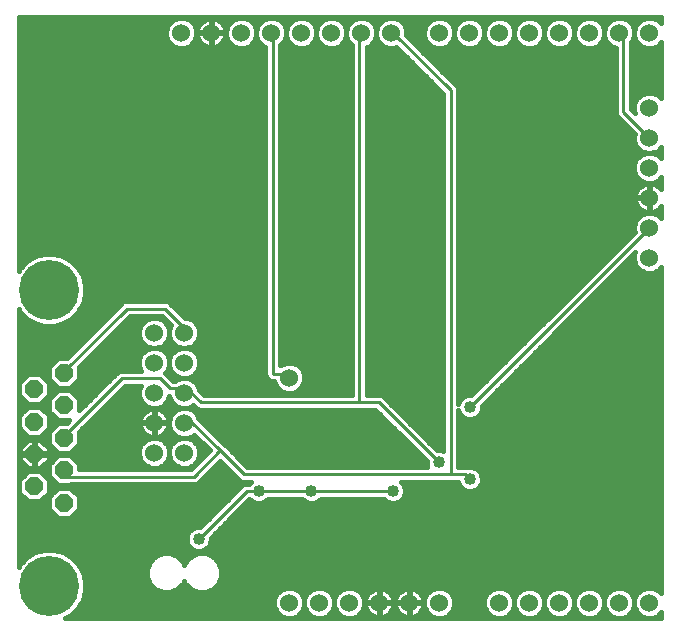
<source format=gbl>
G75*
G70*
%OFA0B0*%
%FSLAX24Y24*%
%IPPOS*%
%LPD*%
%AMOC8*
5,1,8,0,0,1.08239X$1,22.5*
%
%ADD10OC8,0.0600*%
%ADD11C,0.2000*%
%ADD12C,0.0600*%
%ADD13C,0.0100*%
%ADD14C,0.0400*%
%ADD15C,0.0160*%
D10*
X006705Y005434D03*
X007705Y004894D03*
X007705Y005974D03*
X006705Y006514D03*
X007705Y007054D03*
X006705Y007594D03*
X007705Y008134D03*
X006705Y008674D03*
X007705Y009214D03*
D11*
X007205Y011984D03*
X007205Y002124D03*
D12*
X010705Y006554D03*
X011705Y006554D03*
X011705Y007554D03*
X010705Y007554D03*
X010705Y008554D03*
X011705Y008554D03*
X011705Y009554D03*
X010705Y009554D03*
X010705Y010554D03*
X011705Y010554D03*
X015205Y009054D03*
X015205Y001554D03*
X016205Y001554D03*
X017205Y001554D03*
X018205Y001554D03*
X019205Y001554D03*
X020205Y001554D03*
X022205Y001554D03*
X023205Y001554D03*
X024205Y001554D03*
X025205Y001554D03*
X026205Y001554D03*
X027205Y001554D03*
X027205Y013054D03*
X027205Y014054D03*
X027205Y015054D03*
X027205Y016054D03*
X027205Y017054D03*
X027205Y018054D03*
X027205Y020554D03*
X026205Y020554D03*
X025205Y020554D03*
X024205Y020554D03*
X023205Y020554D03*
X022205Y020554D03*
X021205Y020554D03*
X020205Y020554D03*
X018605Y020554D03*
X017605Y020554D03*
X016605Y020554D03*
X015605Y020554D03*
X014605Y020554D03*
X013605Y020554D03*
X012605Y020554D03*
X011605Y020554D03*
D13*
X014605Y020554D02*
X014665Y020554D01*
X014665Y009194D01*
X014905Y009194D01*
X014985Y009114D01*
X015145Y009114D01*
X015205Y009054D01*
X017545Y008234D02*
X018185Y008234D01*
X020185Y006234D01*
X020585Y005834D02*
X020585Y018634D01*
X018665Y020554D01*
X018605Y020554D01*
X017605Y020554D02*
X017545Y020554D01*
X017545Y008234D01*
X012265Y008234D01*
X011945Y008554D01*
X011705Y008554D01*
X011545Y008714D01*
X011225Y008714D01*
X010905Y009034D01*
X009625Y009034D01*
X007705Y007114D01*
X007705Y007054D01*
X007705Y005974D02*
X007705Y005914D01*
X007865Y005754D01*
X012025Y005754D01*
X012905Y006634D01*
X013705Y005834D01*
X020585Y005834D01*
X021065Y005834D01*
X021225Y005674D01*
X018665Y005274D02*
X015945Y005274D01*
X014185Y005274D01*
X013785Y005274D01*
X012185Y003674D01*
X012905Y006634D02*
X011945Y007594D01*
X011705Y007594D01*
X011705Y007554D01*
X011705Y010554D02*
X011705Y010714D01*
X011065Y011354D01*
X009785Y011354D01*
X007705Y009274D01*
X007705Y009214D01*
X021225Y008074D02*
X027205Y014054D01*
X027205Y017054D02*
X026345Y017914D01*
X026345Y020554D01*
X026205Y020554D01*
D14*
X021225Y008074D03*
X020185Y006234D03*
X021225Y005674D03*
X018665Y005274D03*
X015945Y005274D03*
X014185Y005274D03*
X012185Y003674D03*
D15*
X006185Y002757D02*
X006185Y011351D01*
X006244Y011247D01*
X006468Y011024D01*
X006741Y010866D01*
X007047Y010784D01*
X007363Y010784D01*
X007668Y010866D01*
X007941Y011024D01*
X008165Y011247D01*
X008323Y011521D01*
X008405Y011826D01*
X008405Y012142D01*
X008323Y012447D01*
X008165Y012721D01*
X007941Y012945D01*
X007668Y013103D01*
X007363Y013184D01*
X007047Y013184D01*
X006741Y013103D01*
X006468Y012945D01*
X006244Y012721D01*
X006185Y012617D01*
X006185Y021070D01*
X027595Y021070D01*
X027595Y020871D01*
X027488Y020978D01*
X027304Y021054D01*
X027105Y021054D01*
X026921Y020978D01*
X026781Y020838D01*
X026705Y020654D01*
X026705Y020455D01*
X026781Y020271D01*
X026921Y020130D01*
X027105Y020054D01*
X027304Y020054D01*
X027488Y020130D01*
X027595Y020237D01*
X027595Y018371D01*
X027488Y018478D01*
X027304Y018554D01*
X027105Y018554D01*
X026921Y018478D01*
X026781Y018338D01*
X026705Y018154D01*
X026705Y017955D01*
X026738Y017874D01*
X026595Y018018D01*
X026595Y020237D01*
X026628Y020271D01*
X026705Y020455D01*
X026705Y020654D01*
X026628Y020838D01*
X026488Y020978D01*
X026304Y021054D01*
X026105Y021054D01*
X025921Y020978D01*
X025781Y020838D01*
X025705Y020654D01*
X025705Y020455D01*
X025781Y020271D01*
X025921Y020130D01*
X026095Y020059D01*
X026095Y017964D01*
X026095Y017865D01*
X026133Y017773D01*
X026718Y017187D01*
X026705Y017154D01*
X026705Y016955D01*
X026781Y016771D01*
X026921Y016630D01*
X027105Y016554D01*
X026921Y016478D01*
X026781Y016338D01*
X026705Y016154D01*
X026705Y015955D01*
X026781Y015771D01*
X026921Y015630D01*
X027105Y015554D01*
X027304Y015554D01*
X027488Y015630D01*
X027595Y015737D01*
X027595Y015334D01*
X027571Y015367D01*
X027517Y015420D01*
X027456Y015465D01*
X027389Y015499D01*
X027317Y015522D01*
X027242Y015534D01*
X027225Y015534D01*
X027225Y015075D01*
X027184Y015075D01*
X027184Y015534D01*
X027167Y015534D01*
X027092Y015522D01*
X027020Y015499D01*
X026953Y015465D01*
X026892Y015420D01*
X026838Y015367D01*
X026794Y015306D01*
X026760Y015239D01*
X026736Y015167D01*
X026725Y015092D01*
X026725Y015074D01*
X027184Y015074D01*
X027184Y015034D01*
X026725Y015034D01*
X026725Y015017D01*
X026736Y014942D01*
X026760Y014870D01*
X026794Y014803D01*
X026838Y014742D01*
X026892Y014688D01*
X026953Y014644D01*
X027020Y014609D01*
X027092Y014586D01*
X027167Y014574D01*
X027184Y014574D01*
X027184Y015034D01*
X027225Y015034D01*
X027225Y014574D01*
X027242Y014574D01*
X027317Y014586D01*
X027389Y014609D01*
X027456Y014644D01*
X027517Y014688D01*
X027571Y014742D01*
X027595Y014775D01*
X027595Y014371D01*
X027488Y014478D01*
X027304Y014554D01*
X027105Y014554D01*
X026921Y014478D01*
X026781Y014338D01*
X026705Y014154D01*
X026705Y013955D01*
X026718Y013922D01*
X021271Y008474D01*
X021145Y008474D01*
X020998Y008413D01*
X020885Y008301D01*
X020835Y008178D01*
X020835Y018684D01*
X020796Y018776D01*
X020726Y018846D01*
X019105Y020468D01*
X019105Y020654D01*
X019028Y020838D01*
X018888Y020978D01*
X018704Y021054D01*
X018505Y021054D01*
X018321Y020978D01*
X018181Y020838D01*
X018105Y020654D01*
X018105Y020455D01*
X018181Y020271D01*
X018321Y020130D01*
X018505Y020054D01*
X018704Y020054D01*
X018780Y020086D01*
X020335Y018531D01*
X020335Y006605D01*
X020264Y006634D01*
X020138Y006634D01*
X018396Y008376D01*
X018326Y008446D01*
X018234Y008484D01*
X017795Y008484D01*
X017795Y020092D01*
X017888Y020130D01*
X018028Y020271D01*
X018105Y020455D01*
X018105Y020654D01*
X018028Y020838D01*
X017888Y020978D01*
X017704Y021054D01*
X017505Y021054D01*
X017321Y020978D01*
X017181Y020838D01*
X017105Y020654D01*
X017105Y020455D01*
X017181Y020271D01*
X017295Y020157D01*
X017295Y008484D01*
X012368Y008484D01*
X012205Y008648D01*
X012205Y008654D01*
X012128Y008838D01*
X011988Y008978D01*
X011804Y009054D01*
X011605Y009054D01*
X011421Y008978D01*
X011407Y008964D01*
X011328Y008964D01*
X011075Y009218D01*
X011128Y009271D01*
X011205Y009455D01*
X011281Y009271D01*
X011421Y009130D01*
X011605Y009054D01*
X011804Y009054D01*
X011988Y009130D01*
X012128Y009271D01*
X012205Y009455D01*
X012205Y009654D01*
X012128Y009838D01*
X011988Y009978D01*
X011804Y010054D01*
X011605Y010054D01*
X011421Y009978D01*
X011281Y009838D01*
X011205Y009654D01*
X011205Y009455D01*
X011205Y009654D01*
X011128Y009838D01*
X010988Y009978D01*
X010804Y010054D01*
X010605Y010054D01*
X010421Y009978D01*
X010281Y009838D01*
X010205Y009654D01*
X010205Y009455D01*
X010275Y009284D01*
X009575Y009284D01*
X009483Y009246D01*
X009413Y009176D01*
X008205Y007968D01*
X008205Y008341D01*
X007912Y008634D01*
X007497Y008634D01*
X007205Y008341D01*
X007205Y007927D01*
X007497Y007634D01*
X007871Y007634D01*
X007791Y007554D01*
X007497Y007554D01*
X007205Y007261D01*
X007205Y006847D01*
X007497Y006554D01*
X007912Y006554D01*
X008205Y006847D01*
X008205Y007261D01*
X009728Y008784D01*
X010259Y008784D01*
X010205Y008654D01*
X010205Y008455D01*
X010281Y008271D01*
X010421Y008130D01*
X010605Y008054D01*
X010804Y008054D01*
X010988Y008130D01*
X011128Y008271D01*
X011205Y008455D01*
X011281Y008271D01*
X011421Y008130D01*
X011605Y008054D01*
X011421Y007978D01*
X011281Y007838D01*
X011205Y007654D01*
X011205Y007455D01*
X011281Y007271D01*
X011421Y007130D01*
X011605Y007054D01*
X011421Y006978D01*
X011281Y006838D01*
X011205Y006654D01*
X011205Y006455D01*
X011281Y006271D01*
X011421Y006130D01*
X011605Y006054D01*
X011804Y006054D01*
X011988Y006130D01*
X012128Y006271D01*
X012205Y006455D01*
X012205Y006654D01*
X012128Y006838D01*
X011988Y006978D01*
X011804Y007054D01*
X011605Y007054D01*
X011804Y007054D01*
X011988Y007130D01*
X012021Y007164D01*
X012551Y006634D01*
X011921Y006004D01*
X008205Y006004D01*
X008205Y006181D01*
X007912Y006474D01*
X007497Y006474D01*
X007205Y006181D01*
X007205Y005767D01*
X007497Y005474D01*
X007912Y005474D01*
X007942Y005504D01*
X011975Y005504D01*
X012074Y005504D01*
X012166Y005542D01*
X012905Y006281D01*
X013563Y005622D01*
X013655Y005584D01*
X013754Y005584D01*
X013929Y005584D01*
X013869Y005524D01*
X013735Y005524D01*
X013643Y005486D01*
X013573Y005416D01*
X012231Y004074D01*
X012105Y004074D01*
X011958Y004013D01*
X011845Y003901D01*
X011785Y003754D01*
X011785Y003595D01*
X011845Y003448D01*
X011958Y003335D01*
X012105Y003274D01*
X012264Y003274D01*
X012411Y003335D01*
X012524Y003448D01*
X012585Y003595D01*
X012585Y003721D01*
X013878Y005015D01*
X013958Y004935D01*
X014105Y004874D01*
X014264Y004874D01*
X014411Y004935D01*
X014500Y005024D01*
X015629Y005024D01*
X015718Y004935D01*
X015865Y004874D01*
X016024Y004874D01*
X016171Y004935D01*
X016260Y005024D01*
X018349Y005024D01*
X018438Y004935D01*
X018585Y004874D01*
X018744Y004874D01*
X018891Y004935D01*
X019004Y005048D01*
X019065Y005195D01*
X019065Y005354D01*
X019004Y005501D01*
X018920Y005584D01*
X020535Y005584D01*
X020634Y005584D01*
X020829Y005584D01*
X020885Y005448D01*
X020998Y005335D01*
X021145Y005274D01*
X021304Y005274D01*
X021451Y005335D01*
X021564Y005448D01*
X021625Y005595D01*
X021625Y005754D01*
X021564Y005901D01*
X021451Y006013D01*
X021304Y006074D01*
X021145Y006074D01*
X021142Y006073D01*
X021114Y006084D01*
X020835Y006084D01*
X020835Y007971D01*
X020885Y007848D01*
X020998Y007735D01*
X021145Y007674D01*
X021304Y007674D01*
X021451Y007735D01*
X021564Y007848D01*
X021625Y007995D01*
X021625Y008121D01*
X026738Y013234D01*
X026705Y013154D01*
X026705Y012955D01*
X026781Y012771D01*
X026921Y012630D01*
X027105Y012554D01*
X027304Y012554D01*
X027488Y012630D01*
X027595Y012737D01*
X027595Y001871D01*
X027488Y001978D01*
X027304Y002054D01*
X027105Y002054D01*
X026921Y001978D01*
X026781Y001838D01*
X026705Y001654D01*
X026705Y001455D01*
X026781Y001271D01*
X026921Y001130D01*
X027105Y001054D01*
X027304Y001054D01*
X027488Y001130D01*
X027595Y001237D01*
X027595Y001034D01*
X007716Y001034D01*
X007941Y001164D01*
X008165Y001387D01*
X008323Y001661D01*
X008405Y001966D01*
X008405Y002282D01*
X008323Y002587D01*
X008165Y002861D01*
X007941Y003085D01*
X007668Y003243D01*
X007363Y003324D01*
X007047Y003324D01*
X006741Y003243D01*
X006468Y003085D01*
X006244Y002861D01*
X006185Y002757D01*
X006185Y002774D02*
X006194Y002774D01*
X006185Y002932D02*
X006316Y002932D01*
X006185Y003091D02*
X006479Y003091D01*
X006768Y003250D02*
X006185Y003250D01*
X006185Y003408D02*
X011885Y003408D01*
X011796Y003567D02*
X006185Y003567D01*
X006185Y003725D02*
X011785Y003725D01*
X011838Y003884D02*
X006185Y003884D01*
X006185Y004042D02*
X012028Y004042D01*
X012358Y004201D02*
X006185Y004201D01*
X006185Y004359D02*
X012516Y004359D01*
X012675Y004518D02*
X008035Y004518D01*
X007912Y004394D02*
X007497Y004394D01*
X007205Y004687D01*
X007205Y005101D01*
X007497Y005394D01*
X007912Y005394D01*
X008205Y005101D01*
X008205Y004687D01*
X007912Y004394D01*
X008194Y004676D02*
X012833Y004676D01*
X012992Y004835D02*
X008205Y004835D01*
X008205Y004994D02*
X013150Y004994D01*
X013309Y005152D02*
X008154Y005152D01*
X007995Y005311D02*
X013467Y005311D01*
X013626Y005469D02*
X007205Y005469D01*
X007205Y005311D02*
X007414Y005311D01*
X007255Y005152D02*
X007129Y005152D01*
X007205Y005227D02*
X006912Y004934D01*
X006497Y004934D01*
X006205Y005227D01*
X006205Y005641D01*
X006497Y005934D01*
X006912Y005934D01*
X007205Y005641D01*
X007205Y005227D01*
X007205Y004994D02*
X006971Y004994D01*
X007205Y004835D02*
X006185Y004835D01*
X006185Y004676D02*
X007215Y004676D01*
X007374Y004518D02*
X006185Y004518D01*
X006185Y004994D02*
X006438Y004994D01*
X006280Y005152D02*
X006185Y005152D01*
X006185Y005311D02*
X006205Y005311D01*
X006205Y005469D02*
X006185Y005469D01*
X006185Y005628D02*
X006205Y005628D01*
X006185Y005786D02*
X006349Y005786D01*
X006185Y005945D02*
X007205Y005945D01*
X007205Y006103D02*
X006972Y006103D01*
X006903Y006034D02*
X007185Y006316D01*
X007185Y006494D01*
X006725Y006494D01*
X006725Y006534D01*
X007185Y006534D01*
X007185Y006713D01*
X006903Y006994D01*
X006725Y006994D01*
X006725Y006535D01*
X006684Y006535D01*
X006684Y006994D01*
X006506Y006994D01*
X006225Y006713D01*
X006225Y006534D01*
X006684Y006534D01*
X006684Y006494D01*
X006225Y006494D01*
X006225Y006316D01*
X006506Y006034D01*
X006684Y006034D01*
X006684Y006494D01*
X006725Y006494D01*
X006725Y006034D01*
X006903Y006034D01*
X006725Y006103D02*
X006684Y006103D01*
X006684Y006262D02*
X006725Y006262D01*
X006725Y006420D02*
X006684Y006420D01*
X006684Y006579D02*
X006725Y006579D01*
X006725Y006738D02*
X006684Y006738D01*
X006684Y006896D02*
X006725Y006896D01*
X006912Y007094D02*
X006497Y007094D01*
X006205Y007387D01*
X006205Y007801D01*
X006497Y008094D01*
X006912Y008094D01*
X007205Y007801D01*
X007205Y007387D01*
X006912Y007094D01*
X007030Y007213D02*
X007205Y007213D01*
X007205Y007055D02*
X006185Y007055D01*
X006185Y007213D02*
X006379Y007213D01*
X006220Y007372D02*
X006185Y007372D01*
X006185Y007530D02*
X006205Y007530D01*
X006205Y007689D02*
X006185Y007689D01*
X006185Y007847D02*
X006250Y007847D01*
X006185Y008006D02*
X006409Y008006D01*
X006497Y008174D02*
X006912Y008174D01*
X007205Y008467D01*
X007205Y008881D01*
X006912Y009174D01*
X006497Y009174D01*
X006205Y008881D01*
X006205Y008467D01*
X006497Y008174D01*
X006349Y008323D02*
X006185Y008323D01*
X006185Y008481D02*
X006205Y008481D01*
X006205Y008640D02*
X006185Y008640D01*
X006185Y008799D02*
X006205Y008799D01*
X006185Y008957D02*
X006280Y008957D01*
X006185Y009116D02*
X006439Y009116D01*
X006185Y009274D02*
X007205Y009274D01*
X007205Y009421D02*
X007205Y009007D01*
X007497Y008714D01*
X007912Y008714D01*
X008205Y009007D01*
X008205Y009421D01*
X009888Y011104D01*
X010961Y011104D01*
X011265Y010800D01*
X011205Y010654D01*
X011205Y010455D01*
X011281Y010271D01*
X011421Y010130D01*
X011605Y010054D01*
X011804Y010054D01*
X011988Y010130D01*
X012128Y010271D01*
X012205Y010455D01*
X012205Y010654D01*
X012128Y010838D01*
X011988Y010978D01*
X011804Y011054D01*
X011718Y011054D01*
X011206Y011566D01*
X011114Y011604D01*
X011015Y011604D01*
X009735Y011604D01*
X009643Y011566D01*
X009573Y011496D01*
X007791Y009714D01*
X007497Y009714D01*
X007205Y009421D01*
X007216Y009433D02*
X006185Y009433D01*
X006185Y009591D02*
X007374Y009591D01*
X007827Y009750D02*
X006185Y009750D01*
X006185Y009908D02*
X007985Y009908D01*
X008144Y010067D02*
X006185Y010067D01*
X006185Y010225D02*
X008302Y010225D01*
X008461Y010384D02*
X006185Y010384D01*
X006185Y010543D02*
X008619Y010543D01*
X008778Y010701D02*
X006185Y010701D01*
X006185Y010860D02*
X006765Y010860D01*
X006478Y011018D02*
X006185Y011018D01*
X006185Y011177D02*
X006315Y011177D01*
X006194Y011335D02*
X006185Y011335D01*
X007644Y010860D02*
X008936Y010860D01*
X009095Y011018D02*
X007931Y011018D01*
X008094Y011177D02*
X009253Y011177D01*
X009412Y011335D02*
X008215Y011335D01*
X008307Y011494D02*
X009571Y011494D01*
X009802Y011018D02*
X010518Y011018D01*
X010605Y011054D02*
X010421Y010978D01*
X010281Y010838D01*
X010205Y010654D01*
X010205Y010455D01*
X010281Y010271D01*
X010421Y010130D01*
X010605Y010054D01*
X010804Y010054D01*
X010988Y010130D01*
X011128Y010271D01*
X011205Y010455D01*
X011205Y010654D01*
X011128Y010838D01*
X010988Y010978D01*
X010804Y011054D01*
X010605Y011054D01*
X010891Y011018D02*
X011047Y011018D01*
X011106Y010860D02*
X011206Y010860D01*
X011185Y010701D02*
X011224Y010701D01*
X011205Y010543D02*
X011205Y010543D01*
X011175Y010384D02*
X011234Y010384D01*
X011326Y010225D02*
X011083Y010225D01*
X010834Y010067D02*
X011575Y010067D01*
X011834Y010067D02*
X014415Y010067D01*
X014415Y010225D02*
X012083Y010225D01*
X012175Y010384D02*
X014415Y010384D01*
X014415Y010543D02*
X012205Y010543D01*
X012185Y010701D02*
X014415Y010701D01*
X014415Y010860D02*
X012106Y010860D01*
X011891Y011018D02*
X014415Y011018D01*
X014415Y011177D02*
X011596Y011177D01*
X011437Y011335D02*
X014415Y011335D01*
X014415Y011494D02*
X011279Y011494D01*
X010303Y010860D02*
X009643Y010860D01*
X009485Y010701D02*
X010224Y010701D01*
X010205Y010543D02*
X009326Y010543D01*
X009168Y010384D02*
X010234Y010384D01*
X010326Y010225D02*
X009009Y010225D01*
X008851Y010067D02*
X010575Y010067D01*
X010352Y009908D02*
X008692Y009908D01*
X008534Y009750D02*
X010244Y009750D01*
X010205Y009591D02*
X008375Y009591D01*
X008216Y009433D02*
X010214Y009433D01*
X009551Y009274D02*
X008205Y009274D01*
X008205Y009116D02*
X009352Y009116D01*
X009194Y008957D02*
X008154Y008957D01*
X007996Y008799D02*
X009035Y008799D01*
X008877Y008640D02*
X007205Y008640D01*
X007205Y008481D02*
X007345Y008481D01*
X007205Y008323D02*
X007060Y008323D01*
X007205Y008164D02*
X006185Y008164D01*
X007000Y008006D02*
X007205Y008006D01*
X007159Y007847D02*
X007284Y007847D01*
X007205Y007689D02*
X007443Y007689D01*
X007473Y007530D02*
X007205Y007530D01*
X007189Y007372D02*
X007315Y007372D01*
X007205Y006896D02*
X007002Y006896D01*
X007160Y006738D02*
X007314Y006738D01*
X007185Y006579D02*
X007473Y006579D01*
X007444Y006420D02*
X007185Y006420D01*
X007131Y006262D02*
X007285Y006262D01*
X007205Y005786D02*
X007060Y005786D01*
X007205Y005628D02*
X007344Y005628D01*
X008205Y006103D02*
X010487Y006103D01*
X010421Y006130D02*
X010605Y006054D01*
X010804Y006054D01*
X010988Y006130D01*
X011128Y006271D01*
X011205Y006455D01*
X011205Y006654D01*
X011128Y006838D01*
X010988Y006978D01*
X010804Y007054D01*
X010605Y007054D01*
X010421Y006978D01*
X010281Y006838D01*
X010205Y006654D01*
X010205Y006455D01*
X010281Y006271D01*
X010421Y006130D01*
X010290Y006262D02*
X008124Y006262D01*
X007966Y006420D02*
X010219Y006420D01*
X010205Y006579D02*
X007936Y006579D01*
X008095Y006738D02*
X010239Y006738D01*
X010339Y006896D02*
X008205Y006896D01*
X008205Y007055D02*
X011604Y007055D01*
X011805Y007055D02*
X012131Y007055D01*
X012070Y006896D02*
X012289Y006896D01*
X012170Y006738D02*
X012448Y006738D01*
X012496Y006579D02*
X012205Y006579D01*
X012190Y006420D02*
X012337Y006420D01*
X012179Y006262D02*
X012119Y006262D01*
X012020Y006103D02*
X011922Y006103D01*
X011487Y006103D02*
X010922Y006103D01*
X011119Y006262D02*
X011290Y006262D01*
X011219Y006420D02*
X011190Y006420D01*
X011205Y006579D02*
X011205Y006579D01*
X011170Y006738D02*
X011239Y006738D01*
X011339Y006896D02*
X011070Y006896D01*
X010956Y007144D02*
X010889Y007109D01*
X010817Y007086D01*
X010742Y007074D01*
X010725Y007074D01*
X010725Y007534D01*
X010725Y007574D01*
X011185Y007574D01*
X011185Y007592D01*
X011173Y007667D01*
X011149Y007739D01*
X011115Y007806D01*
X011071Y007867D01*
X011017Y007920D01*
X010956Y007965D01*
X010889Y007999D01*
X010817Y008022D01*
X010742Y008034D01*
X010725Y008034D01*
X010725Y007575D01*
X010684Y007575D01*
X010684Y008034D01*
X010667Y008034D01*
X010592Y008022D01*
X010520Y007999D01*
X010453Y007965D01*
X010392Y007920D01*
X010338Y007867D01*
X010294Y007806D01*
X010260Y007739D01*
X010236Y007667D01*
X010225Y007592D01*
X010225Y007574D01*
X010684Y007574D01*
X010684Y007534D01*
X010225Y007534D01*
X010225Y007517D01*
X010236Y007442D01*
X010260Y007370D01*
X010294Y007303D01*
X010338Y007242D01*
X010392Y007188D01*
X010453Y007144D01*
X010520Y007109D01*
X010592Y007086D01*
X010667Y007074D01*
X010684Y007074D01*
X010684Y007534D01*
X010725Y007534D01*
X011185Y007534D01*
X011185Y007517D01*
X011173Y007442D01*
X011149Y007370D01*
X011115Y007303D01*
X011071Y007242D01*
X011017Y007188D01*
X010956Y007144D01*
X011042Y007213D02*
X011339Y007213D01*
X011239Y007372D02*
X011150Y007372D01*
X011185Y007530D02*
X011205Y007530D01*
X011219Y007689D02*
X011166Y007689D01*
X011085Y007847D02*
X011290Y007847D01*
X011488Y008006D02*
X010868Y008006D01*
X010725Y008006D02*
X010684Y008006D01*
X010541Y008006D02*
X008950Y008006D01*
X009108Y008164D02*
X010387Y008164D01*
X010259Y008323D02*
X009267Y008323D01*
X009425Y008481D02*
X010205Y008481D01*
X010205Y008640D02*
X009584Y008640D01*
X008718Y008481D02*
X008064Y008481D01*
X008205Y008323D02*
X008560Y008323D01*
X008401Y008164D02*
X008205Y008164D01*
X008205Y008006D02*
X008243Y008006D01*
X008633Y007689D02*
X010244Y007689D01*
X010225Y007530D02*
X008474Y007530D01*
X008315Y007372D02*
X010259Y007372D01*
X010367Y007213D02*
X008205Y007213D01*
X008791Y007847D02*
X010324Y007847D01*
X010684Y007847D02*
X010725Y007847D01*
X010725Y007689D02*
X010684Y007689D01*
X010684Y007530D02*
X010725Y007530D01*
X010725Y007372D02*
X010684Y007372D01*
X010684Y007213D02*
X010725Y007213D01*
X011605Y008054D02*
X011804Y008054D01*
X011988Y007978D01*
X012128Y007838D01*
X012180Y007712D01*
X013046Y006846D01*
X013046Y006846D01*
X013116Y006776D01*
X013808Y006084D01*
X019814Y006084D01*
X019785Y006155D01*
X019785Y006281D01*
X018081Y007984D01*
X017495Y007984D01*
X012314Y007984D01*
X012215Y007984D01*
X012123Y008022D01*
X012001Y008144D01*
X011988Y008130D01*
X011804Y008054D01*
X011605Y008054D01*
X011387Y008164D02*
X011022Y008164D01*
X011150Y008323D02*
X011259Y008323D01*
X011205Y008455D02*
X011205Y008464D01*
X011205Y008464D01*
X011205Y008455D01*
X011177Y009116D02*
X011457Y009116D01*
X011279Y009274D02*
X011130Y009274D01*
X011195Y009433D02*
X011214Y009433D01*
X011205Y009591D02*
X011205Y009591D01*
X011165Y009750D02*
X011244Y009750D01*
X011352Y009908D02*
X011058Y009908D01*
X012058Y009908D02*
X014415Y009908D01*
X014415Y009750D02*
X012165Y009750D01*
X012205Y009591D02*
X014415Y009591D01*
X014415Y009433D02*
X012195Y009433D01*
X012130Y009274D02*
X014415Y009274D01*
X014415Y009244D02*
X014415Y009145D01*
X014453Y009053D01*
X014523Y008982D01*
X014615Y008944D01*
X014709Y008944D01*
X014781Y008771D01*
X014921Y008630D01*
X015105Y008554D01*
X015304Y008554D01*
X015488Y008630D01*
X015628Y008771D01*
X015705Y008955D01*
X015705Y009154D01*
X015628Y009338D01*
X015488Y009478D01*
X015304Y009554D01*
X015105Y009554D01*
X014921Y009478D01*
X014915Y009471D01*
X014915Y020157D01*
X015028Y020271D01*
X015105Y020455D01*
X015181Y020271D01*
X015321Y020130D01*
X015505Y020054D01*
X015704Y020054D01*
X015888Y020130D01*
X016028Y020271D01*
X016105Y020455D01*
X016181Y020271D01*
X016321Y020130D01*
X016505Y020054D01*
X016704Y020054D01*
X016888Y020130D01*
X017028Y020271D01*
X017105Y020455D01*
X017105Y020654D01*
X017028Y020838D01*
X016888Y020978D01*
X016704Y021054D01*
X016505Y021054D01*
X016321Y020978D01*
X016181Y020838D01*
X016105Y020654D01*
X016105Y020455D01*
X016105Y020654D01*
X016028Y020838D01*
X015888Y020978D01*
X015704Y021054D01*
X015505Y021054D01*
X015321Y020978D01*
X015181Y020838D01*
X015105Y020654D01*
X015105Y020455D01*
X015105Y020654D01*
X015028Y020838D01*
X014888Y020978D01*
X014704Y021054D01*
X014505Y021054D01*
X014321Y020978D01*
X014181Y020838D01*
X014105Y020654D01*
X014105Y020455D01*
X014181Y020271D01*
X014321Y020130D01*
X014415Y020092D01*
X014415Y009244D01*
X014427Y009116D02*
X011952Y009116D01*
X012009Y008957D02*
X014584Y008957D01*
X014769Y008799D02*
X012145Y008799D01*
X012212Y008640D02*
X014912Y008640D01*
X015497Y008640D02*
X017295Y008640D01*
X017295Y008799D02*
X015640Y008799D01*
X015705Y008957D02*
X017295Y008957D01*
X017295Y009116D02*
X015705Y009116D01*
X015655Y009274D02*
X017295Y009274D01*
X017295Y009433D02*
X015533Y009433D01*
X014915Y009591D02*
X017295Y009591D01*
X017295Y009750D02*
X014915Y009750D01*
X014915Y009908D02*
X017295Y009908D01*
X017295Y010067D02*
X014915Y010067D01*
X014915Y010225D02*
X017295Y010225D01*
X017295Y010384D02*
X014915Y010384D01*
X014915Y010543D02*
X017295Y010543D01*
X017295Y010701D02*
X014915Y010701D01*
X014915Y010860D02*
X017295Y010860D01*
X017295Y011018D02*
X014915Y011018D01*
X014915Y011177D02*
X017295Y011177D01*
X017295Y011335D02*
X014915Y011335D01*
X014915Y011494D02*
X017295Y011494D01*
X017295Y011652D02*
X014915Y011652D01*
X014915Y011811D02*
X017295Y011811D01*
X017295Y011969D02*
X014915Y011969D01*
X014915Y012128D02*
X017295Y012128D01*
X017295Y012287D02*
X014915Y012287D01*
X014915Y012445D02*
X017295Y012445D01*
X017295Y012604D02*
X014915Y012604D01*
X014915Y012762D02*
X017295Y012762D01*
X017295Y012921D02*
X014915Y012921D01*
X014915Y013079D02*
X017295Y013079D01*
X017295Y013238D02*
X014915Y013238D01*
X014915Y013396D02*
X017295Y013396D01*
X017295Y013555D02*
X014915Y013555D01*
X014915Y013713D02*
X017295Y013713D01*
X017295Y013872D02*
X014915Y013872D01*
X014915Y014031D02*
X017295Y014031D01*
X017295Y014189D02*
X014915Y014189D01*
X014915Y014348D02*
X017295Y014348D01*
X017295Y014506D02*
X014915Y014506D01*
X014915Y014665D02*
X017295Y014665D01*
X017295Y014823D02*
X014915Y014823D01*
X014915Y014982D02*
X017295Y014982D01*
X017295Y015140D02*
X014915Y015140D01*
X014915Y015299D02*
X017295Y015299D01*
X017295Y015457D02*
X014915Y015457D01*
X014915Y015616D02*
X017295Y015616D01*
X017295Y015774D02*
X014915Y015774D01*
X014915Y015933D02*
X017295Y015933D01*
X017295Y016092D02*
X014915Y016092D01*
X014915Y016250D02*
X017295Y016250D01*
X017295Y016409D02*
X014915Y016409D01*
X014915Y016567D02*
X017295Y016567D01*
X017295Y016726D02*
X014915Y016726D01*
X014915Y016884D02*
X017295Y016884D01*
X017295Y017043D02*
X014915Y017043D01*
X014915Y017201D02*
X017295Y017201D01*
X017295Y017360D02*
X014915Y017360D01*
X014915Y017518D02*
X017295Y017518D01*
X017295Y017677D02*
X014915Y017677D01*
X014915Y017836D02*
X017295Y017836D01*
X017295Y017994D02*
X014915Y017994D01*
X014915Y018153D02*
X017295Y018153D01*
X017295Y018311D02*
X014915Y018311D01*
X014915Y018470D02*
X017295Y018470D01*
X017295Y018628D02*
X014915Y018628D01*
X014915Y018787D02*
X017295Y018787D01*
X017295Y018945D02*
X014915Y018945D01*
X014915Y019104D02*
X017295Y019104D01*
X017295Y019262D02*
X014915Y019262D01*
X014915Y019421D02*
X017295Y019421D01*
X017295Y019580D02*
X014915Y019580D01*
X014915Y019738D02*
X017295Y019738D01*
X017295Y019897D02*
X014915Y019897D01*
X014915Y020055D02*
X015503Y020055D01*
X015706Y020055D02*
X016503Y020055D01*
X016706Y020055D02*
X017295Y020055D01*
X017238Y020214D02*
X016971Y020214D01*
X017070Y020372D02*
X017139Y020372D01*
X017105Y020531D02*
X017105Y020531D01*
X017090Y020689D02*
X017119Y020689D01*
X017191Y020848D02*
X017018Y020848D01*
X016820Y021006D02*
X017390Y021006D01*
X017820Y021006D02*
X018390Y021006D01*
X018191Y020848D02*
X018018Y020848D01*
X018090Y020689D02*
X018119Y020689D01*
X018105Y020531D02*
X018105Y020531D01*
X018070Y020372D02*
X018139Y020372D01*
X018238Y020214D02*
X017971Y020214D01*
X017795Y020055D02*
X018503Y020055D01*
X018706Y020055D02*
X018810Y020055D01*
X018969Y019897D02*
X017795Y019897D01*
X017795Y019738D02*
X019127Y019738D01*
X019286Y019580D02*
X017795Y019580D01*
X017795Y019421D02*
X019444Y019421D01*
X019603Y019262D02*
X017795Y019262D01*
X017795Y019104D02*
X019761Y019104D01*
X019920Y018945D02*
X017795Y018945D01*
X017795Y018787D02*
X020079Y018787D01*
X020237Y018628D02*
X017795Y018628D01*
X017795Y018470D02*
X020335Y018470D01*
X020335Y018311D02*
X017795Y018311D01*
X017795Y018153D02*
X020335Y018153D01*
X020335Y017994D02*
X017795Y017994D01*
X017795Y017836D02*
X020335Y017836D01*
X020335Y017677D02*
X017795Y017677D01*
X017795Y017518D02*
X020335Y017518D01*
X020335Y017360D02*
X017795Y017360D01*
X017795Y017201D02*
X020335Y017201D01*
X020335Y017043D02*
X017795Y017043D01*
X017795Y016884D02*
X020335Y016884D01*
X020335Y016726D02*
X017795Y016726D01*
X017795Y016567D02*
X020335Y016567D01*
X020335Y016409D02*
X017795Y016409D01*
X017795Y016250D02*
X020335Y016250D01*
X020335Y016092D02*
X017795Y016092D01*
X017795Y015933D02*
X020335Y015933D01*
X020335Y015774D02*
X017795Y015774D01*
X017795Y015616D02*
X020335Y015616D01*
X020335Y015457D02*
X017795Y015457D01*
X017795Y015299D02*
X020335Y015299D01*
X020335Y015140D02*
X017795Y015140D01*
X017795Y014982D02*
X020335Y014982D01*
X020335Y014823D02*
X017795Y014823D01*
X017795Y014665D02*
X020335Y014665D01*
X020335Y014506D02*
X017795Y014506D01*
X017795Y014348D02*
X020335Y014348D01*
X020335Y014189D02*
X017795Y014189D01*
X017795Y014031D02*
X020335Y014031D01*
X020335Y013872D02*
X017795Y013872D01*
X017795Y013713D02*
X020335Y013713D01*
X020335Y013555D02*
X017795Y013555D01*
X017795Y013396D02*
X020335Y013396D01*
X020335Y013238D02*
X017795Y013238D01*
X017795Y013079D02*
X020335Y013079D01*
X020335Y012921D02*
X017795Y012921D01*
X017795Y012762D02*
X020335Y012762D01*
X020335Y012604D02*
X017795Y012604D01*
X017795Y012445D02*
X020335Y012445D01*
X020335Y012287D02*
X017795Y012287D01*
X017795Y012128D02*
X020335Y012128D01*
X020335Y011969D02*
X017795Y011969D01*
X017795Y011811D02*
X020335Y011811D01*
X020335Y011652D02*
X017795Y011652D01*
X017795Y011494D02*
X020335Y011494D01*
X020335Y011335D02*
X017795Y011335D01*
X017795Y011177D02*
X020335Y011177D01*
X020335Y011018D02*
X017795Y011018D01*
X017795Y010860D02*
X020335Y010860D01*
X020335Y010701D02*
X017795Y010701D01*
X017795Y010543D02*
X020335Y010543D01*
X020335Y010384D02*
X017795Y010384D01*
X017795Y010225D02*
X020335Y010225D01*
X020335Y010067D02*
X017795Y010067D01*
X017795Y009908D02*
X020335Y009908D01*
X020335Y009750D02*
X017795Y009750D01*
X017795Y009591D02*
X020335Y009591D01*
X020335Y009433D02*
X017795Y009433D01*
X017795Y009274D02*
X020335Y009274D01*
X020335Y009116D02*
X017795Y009116D01*
X017795Y008957D02*
X020335Y008957D01*
X020335Y008799D02*
X017795Y008799D01*
X017795Y008640D02*
X020335Y008640D01*
X020335Y008481D02*
X018241Y008481D01*
X018449Y008323D02*
X020335Y008323D01*
X020335Y008164D02*
X018608Y008164D01*
X018766Y008006D02*
X020335Y008006D01*
X020335Y007847D02*
X018925Y007847D01*
X019084Y007689D02*
X020335Y007689D01*
X020335Y007530D02*
X019242Y007530D01*
X019401Y007372D02*
X020335Y007372D01*
X020335Y007213D02*
X019559Y007213D01*
X019718Y007055D02*
X020335Y007055D01*
X020335Y006896D02*
X019876Y006896D01*
X020035Y006738D02*
X020335Y006738D01*
X020835Y006738D02*
X027595Y006738D01*
X027595Y006896D02*
X020835Y006896D01*
X020835Y007055D02*
X027595Y007055D01*
X027595Y007213D02*
X020835Y007213D01*
X020835Y007372D02*
X027595Y007372D01*
X027595Y007530D02*
X020835Y007530D01*
X020835Y007689D02*
X021110Y007689D01*
X021339Y007689D02*
X027595Y007689D01*
X027595Y007847D02*
X021563Y007847D01*
X021625Y008006D02*
X027595Y008006D01*
X027595Y008164D02*
X021668Y008164D01*
X021827Y008323D02*
X027595Y008323D01*
X027595Y008481D02*
X021985Y008481D01*
X022144Y008640D02*
X027595Y008640D01*
X027595Y008799D02*
X022302Y008799D01*
X022461Y008957D02*
X027595Y008957D01*
X027595Y009116D02*
X022619Y009116D01*
X022778Y009274D02*
X027595Y009274D01*
X027595Y009433D02*
X022936Y009433D01*
X023095Y009591D02*
X027595Y009591D01*
X027595Y009750D02*
X023254Y009750D01*
X023412Y009908D02*
X027595Y009908D01*
X027595Y010067D02*
X023571Y010067D01*
X023729Y010225D02*
X027595Y010225D01*
X027595Y010384D02*
X023888Y010384D01*
X024046Y010543D02*
X027595Y010543D01*
X027595Y010701D02*
X024205Y010701D01*
X024363Y010860D02*
X027595Y010860D01*
X027595Y011018D02*
X024522Y011018D01*
X024680Y011177D02*
X027595Y011177D01*
X027595Y011335D02*
X024839Y011335D01*
X024998Y011494D02*
X027595Y011494D01*
X027595Y011652D02*
X025156Y011652D01*
X025315Y011811D02*
X027595Y011811D01*
X027595Y011969D02*
X025473Y011969D01*
X025632Y012128D02*
X027595Y012128D01*
X027595Y012287D02*
X025790Y012287D01*
X025949Y012445D02*
X027595Y012445D01*
X027595Y012604D02*
X027423Y012604D01*
X026986Y012604D02*
X026107Y012604D01*
X026266Y012762D02*
X026790Y012762D01*
X026719Y012921D02*
X026424Y012921D01*
X026583Y013079D02*
X026705Y013079D01*
X026193Y013396D02*
X020835Y013396D01*
X020835Y013238D02*
X026035Y013238D01*
X025876Y013079D02*
X020835Y013079D01*
X020835Y012921D02*
X025717Y012921D01*
X025559Y012762D02*
X020835Y012762D01*
X020835Y012604D02*
X025400Y012604D01*
X025242Y012445D02*
X020835Y012445D01*
X020835Y012287D02*
X025083Y012287D01*
X024925Y012128D02*
X020835Y012128D01*
X020835Y011969D02*
X024766Y011969D01*
X024608Y011811D02*
X020835Y011811D01*
X020835Y011652D02*
X024449Y011652D01*
X024291Y011494D02*
X020835Y011494D01*
X020835Y011335D02*
X024132Y011335D01*
X023973Y011177D02*
X020835Y011177D01*
X020835Y011018D02*
X023815Y011018D01*
X023656Y010860D02*
X020835Y010860D01*
X020835Y010701D02*
X023498Y010701D01*
X023339Y010543D02*
X020835Y010543D01*
X020835Y010384D02*
X023181Y010384D01*
X023022Y010225D02*
X020835Y010225D01*
X020835Y010067D02*
X022864Y010067D01*
X022705Y009908D02*
X020835Y009908D01*
X020835Y009750D02*
X022547Y009750D01*
X022388Y009591D02*
X020835Y009591D01*
X020835Y009433D02*
X022229Y009433D01*
X022071Y009274D02*
X020835Y009274D01*
X020835Y009116D02*
X021912Y009116D01*
X021754Y008957D02*
X020835Y008957D01*
X020835Y008799D02*
X021595Y008799D01*
X021437Y008640D02*
X020835Y008640D01*
X020835Y008481D02*
X021278Y008481D01*
X020908Y008323D02*
X020835Y008323D01*
X020835Y007847D02*
X020886Y007847D01*
X019328Y006738D02*
X013155Y006738D01*
X012996Y006896D02*
X019169Y006896D01*
X019011Y007055D02*
X012838Y007055D01*
X012679Y007213D02*
X018852Y007213D01*
X018694Y007372D02*
X012521Y007372D01*
X012362Y007530D02*
X018535Y007530D01*
X018377Y007689D02*
X012204Y007689D01*
X012119Y007847D02*
X018218Y007847D01*
X019486Y006579D02*
X013313Y006579D01*
X013472Y006420D02*
X019645Y006420D01*
X019785Y006262D02*
X013630Y006262D01*
X013789Y006103D02*
X019806Y006103D01*
X019017Y005469D02*
X020877Y005469D01*
X021057Y005311D02*
X019065Y005311D01*
X019047Y005152D02*
X027595Y005152D01*
X027595Y004994D02*
X018949Y004994D01*
X018380Y004994D02*
X016229Y004994D01*
X015660Y004994D02*
X014469Y004994D01*
X013900Y004994D02*
X013857Y004994D01*
X013699Y004835D02*
X027595Y004835D01*
X027595Y004676D02*
X013540Y004676D01*
X013382Y004518D02*
X027595Y004518D01*
X027595Y004359D02*
X013223Y004359D01*
X013065Y004201D02*
X027595Y004201D01*
X027595Y004042D02*
X012906Y004042D01*
X012747Y003884D02*
X027595Y003884D01*
X027595Y003725D02*
X012589Y003725D01*
X012573Y003567D02*
X027595Y003567D01*
X027595Y003408D02*
X012484Y003408D01*
X012424Y003202D02*
X012166Y003202D01*
X011928Y003103D01*
X011746Y002921D01*
X011705Y002820D01*
X011663Y002921D01*
X011481Y003103D01*
X011243Y003202D01*
X010985Y003202D01*
X010747Y003103D01*
X010565Y002921D01*
X010467Y002683D01*
X010467Y002426D01*
X010565Y002188D01*
X010747Y002006D01*
X010985Y001907D01*
X011243Y001907D01*
X011481Y002006D01*
X011663Y002188D01*
X011705Y002289D01*
X011746Y002188D01*
X011928Y002006D01*
X012166Y001907D01*
X012424Y001907D01*
X012662Y002006D01*
X012844Y002188D01*
X012942Y002426D01*
X012942Y002683D01*
X012844Y002921D01*
X012662Y003103D01*
X012424Y003202D01*
X012674Y003091D02*
X027595Y003091D01*
X027595Y002932D02*
X012832Y002932D01*
X012905Y002774D02*
X027595Y002774D01*
X027595Y002615D02*
X012942Y002615D01*
X012942Y002457D02*
X027595Y002457D01*
X027595Y002298D02*
X012890Y002298D01*
X012796Y002140D02*
X027595Y002140D01*
X027595Y001981D02*
X027480Y001981D01*
X026929Y001981D02*
X026480Y001981D01*
X026488Y001978D02*
X026304Y002054D01*
X026105Y002054D01*
X025921Y001978D01*
X025781Y001838D01*
X025705Y001654D01*
X025705Y001455D01*
X025781Y001271D01*
X025921Y001130D01*
X026105Y001054D01*
X026304Y001054D01*
X026488Y001130D01*
X026628Y001271D01*
X026705Y001455D01*
X026705Y001654D01*
X026628Y001838D01*
X026488Y001978D01*
X026635Y001823D02*
X026775Y001823D01*
X026709Y001664D02*
X026700Y001664D01*
X026705Y001506D02*
X026705Y001506D01*
X026749Y001347D02*
X026660Y001347D01*
X026546Y001189D02*
X026863Y001189D01*
X027546Y001189D02*
X027595Y001189D01*
X025929Y001981D02*
X025480Y001981D01*
X025488Y001978D02*
X025304Y002054D01*
X025105Y002054D01*
X024921Y001978D01*
X024781Y001838D01*
X024705Y001654D01*
X024705Y001455D01*
X024781Y001271D01*
X024921Y001130D01*
X025105Y001054D01*
X025304Y001054D01*
X025488Y001130D01*
X025628Y001271D01*
X025705Y001455D01*
X025705Y001654D01*
X025628Y001838D01*
X025488Y001978D01*
X025635Y001823D02*
X025775Y001823D01*
X025709Y001664D02*
X025700Y001664D01*
X025705Y001506D02*
X025705Y001506D01*
X025749Y001347D02*
X025660Y001347D01*
X025546Y001189D02*
X025863Y001189D01*
X024863Y001189D02*
X024546Y001189D01*
X024488Y001130D02*
X024628Y001271D01*
X024705Y001455D01*
X024705Y001654D01*
X024628Y001838D01*
X024488Y001978D01*
X024304Y002054D01*
X024105Y002054D01*
X023921Y001978D01*
X023781Y001838D01*
X023705Y001654D01*
X023705Y001455D01*
X023781Y001271D01*
X023921Y001130D01*
X024105Y001054D01*
X024304Y001054D01*
X024488Y001130D01*
X024660Y001347D02*
X024749Y001347D01*
X024705Y001506D02*
X024705Y001506D01*
X024700Y001664D02*
X024709Y001664D01*
X024775Y001823D02*
X024635Y001823D01*
X024480Y001981D02*
X024929Y001981D01*
X023929Y001981D02*
X023480Y001981D01*
X023488Y001978D02*
X023304Y002054D01*
X023105Y002054D01*
X022921Y001978D01*
X022781Y001838D01*
X022705Y001654D01*
X022705Y001455D01*
X022781Y001271D01*
X022921Y001130D01*
X023105Y001054D01*
X023304Y001054D01*
X023488Y001130D01*
X023628Y001271D01*
X023705Y001455D01*
X023705Y001654D01*
X023628Y001838D01*
X023488Y001978D01*
X023635Y001823D02*
X023775Y001823D01*
X023709Y001664D02*
X023700Y001664D01*
X023705Y001506D02*
X023705Y001506D01*
X023749Y001347D02*
X023660Y001347D01*
X023546Y001189D02*
X023863Y001189D01*
X022863Y001189D02*
X022546Y001189D01*
X022488Y001130D02*
X022628Y001271D01*
X022705Y001455D01*
X022705Y001654D01*
X022628Y001838D01*
X022488Y001978D01*
X022304Y002054D01*
X022105Y002054D01*
X021921Y001978D01*
X021781Y001838D01*
X021705Y001654D01*
X021705Y001455D01*
X021781Y001271D01*
X021921Y001130D01*
X022105Y001054D01*
X022304Y001054D01*
X022488Y001130D01*
X022660Y001347D02*
X022749Y001347D01*
X022705Y001506D02*
X022705Y001506D01*
X022700Y001664D02*
X022709Y001664D01*
X022775Y001823D02*
X022635Y001823D01*
X022480Y001981D02*
X022929Y001981D01*
X021929Y001981D02*
X020480Y001981D01*
X020488Y001978D02*
X020304Y002054D01*
X020105Y002054D01*
X019921Y001978D01*
X019781Y001838D01*
X019705Y001654D01*
X019705Y001455D01*
X019781Y001271D01*
X019921Y001130D01*
X020105Y001054D01*
X020304Y001054D01*
X020488Y001130D01*
X020628Y001271D01*
X020705Y001455D01*
X020705Y001654D01*
X020628Y001838D01*
X020488Y001978D01*
X020635Y001823D02*
X021775Y001823D01*
X021709Y001664D02*
X020700Y001664D01*
X020705Y001506D02*
X021705Y001506D01*
X021749Y001347D02*
X020660Y001347D01*
X020546Y001189D02*
X021863Y001189D01*
X019863Y001189D02*
X019518Y001189D01*
X019517Y001188D02*
X019571Y001242D01*
X019615Y001303D01*
X019649Y001370D01*
X019673Y001442D01*
X019685Y001517D01*
X019685Y001534D01*
X019225Y001534D01*
X019225Y001574D01*
X019685Y001574D01*
X019685Y001592D01*
X019673Y001667D01*
X019649Y001739D01*
X019615Y001806D01*
X019571Y001867D01*
X019517Y001920D01*
X019456Y001965D01*
X019389Y001999D01*
X019317Y002022D01*
X019242Y002034D01*
X019225Y002034D01*
X019225Y001575D01*
X019184Y001575D01*
X019184Y002034D01*
X019167Y002034D01*
X019092Y002022D01*
X019020Y001999D01*
X018953Y001965D01*
X018892Y001920D01*
X018838Y001867D01*
X018794Y001806D01*
X018760Y001739D01*
X018736Y001667D01*
X018725Y001592D01*
X018725Y001574D01*
X019184Y001574D01*
X019184Y001534D01*
X018725Y001534D01*
X018725Y001517D01*
X018736Y001442D01*
X018760Y001370D01*
X018794Y001303D01*
X018838Y001242D01*
X018892Y001188D01*
X018953Y001144D01*
X019020Y001109D01*
X019092Y001086D01*
X019167Y001074D01*
X019184Y001074D01*
X019184Y001534D01*
X019225Y001534D01*
X019225Y001074D01*
X019242Y001074D01*
X019317Y001086D01*
X019389Y001109D01*
X019456Y001144D01*
X019517Y001188D01*
X019638Y001347D02*
X019749Y001347D01*
X019705Y001506D02*
X019683Y001506D01*
X019673Y001664D02*
X019709Y001664D01*
X019775Y001823D02*
X019603Y001823D01*
X019424Y001981D02*
X019929Y001981D01*
X019225Y001981D02*
X019184Y001981D01*
X019184Y001823D02*
X019225Y001823D01*
X019225Y001664D02*
X019184Y001664D01*
X019184Y001506D02*
X019225Y001506D01*
X019225Y001347D02*
X019184Y001347D01*
X019184Y001189D02*
X019225Y001189D01*
X018892Y001189D02*
X018518Y001189D01*
X018517Y001188D02*
X018571Y001242D01*
X018615Y001303D01*
X018649Y001370D01*
X018673Y001442D01*
X018685Y001517D01*
X018685Y001534D01*
X018225Y001534D01*
X018225Y001574D01*
X018685Y001574D01*
X018685Y001592D01*
X018673Y001667D01*
X018649Y001739D01*
X018615Y001806D01*
X018571Y001867D01*
X018517Y001920D01*
X018456Y001965D01*
X018389Y001999D01*
X018317Y002022D01*
X018242Y002034D01*
X018225Y002034D01*
X018225Y001575D01*
X018184Y001575D01*
X018184Y002034D01*
X018167Y002034D01*
X018092Y002022D01*
X018020Y001999D01*
X017953Y001965D01*
X017892Y001920D01*
X017838Y001867D01*
X017794Y001806D01*
X017760Y001739D01*
X017736Y001667D01*
X017725Y001592D01*
X017725Y001574D01*
X018184Y001574D01*
X018184Y001534D01*
X017725Y001534D01*
X017725Y001517D01*
X017736Y001442D01*
X017760Y001370D01*
X017794Y001303D01*
X017838Y001242D01*
X017892Y001188D01*
X017953Y001144D01*
X018020Y001109D01*
X018092Y001086D01*
X018167Y001074D01*
X018184Y001074D01*
X018184Y001534D01*
X018225Y001534D01*
X018225Y001074D01*
X018242Y001074D01*
X018317Y001086D01*
X018389Y001109D01*
X018456Y001144D01*
X018517Y001188D01*
X018638Y001347D02*
X018771Y001347D01*
X018726Y001506D02*
X018683Y001506D01*
X018673Y001664D02*
X018736Y001664D01*
X018806Y001823D02*
X018603Y001823D01*
X018424Y001981D02*
X018985Y001981D01*
X018225Y001981D02*
X018184Y001981D01*
X018184Y001823D02*
X018225Y001823D01*
X018225Y001664D02*
X018184Y001664D01*
X018184Y001506D02*
X018225Y001506D01*
X018225Y001347D02*
X018184Y001347D01*
X018184Y001189D02*
X018225Y001189D01*
X017892Y001189D02*
X017546Y001189D01*
X017488Y001130D02*
X017628Y001271D01*
X017705Y001455D01*
X017705Y001654D01*
X017628Y001838D01*
X017488Y001978D01*
X017304Y002054D01*
X017105Y002054D01*
X016921Y001978D01*
X016781Y001838D01*
X016705Y001654D01*
X016705Y001455D01*
X016781Y001271D01*
X016921Y001130D01*
X017105Y001054D01*
X017304Y001054D01*
X017488Y001130D01*
X017660Y001347D02*
X017771Y001347D01*
X017726Y001506D02*
X017705Y001506D01*
X017700Y001664D02*
X017736Y001664D01*
X017806Y001823D02*
X017635Y001823D01*
X017480Y001981D02*
X017985Y001981D01*
X016929Y001981D02*
X016480Y001981D01*
X016488Y001978D02*
X016304Y002054D01*
X016105Y002054D01*
X015921Y001978D01*
X015781Y001838D01*
X015705Y001654D01*
X015705Y001455D01*
X015781Y001271D01*
X015921Y001130D01*
X016105Y001054D01*
X016304Y001054D01*
X016488Y001130D01*
X016628Y001271D01*
X016705Y001455D01*
X016705Y001654D01*
X016628Y001838D01*
X016488Y001978D01*
X016635Y001823D02*
X016775Y001823D01*
X016709Y001664D02*
X016700Y001664D01*
X016705Y001506D02*
X016705Y001506D01*
X016749Y001347D02*
X016660Y001347D01*
X016546Y001189D02*
X016863Y001189D01*
X015863Y001189D02*
X015546Y001189D01*
X015488Y001130D02*
X015628Y001271D01*
X015705Y001455D01*
X015705Y001654D01*
X015628Y001838D01*
X015488Y001978D01*
X015304Y002054D01*
X015105Y002054D01*
X014921Y001978D01*
X014781Y001838D01*
X014705Y001654D01*
X014705Y001455D01*
X014781Y001271D01*
X014921Y001130D01*
X015105Y001054D01*
X015304Y001054D01*
X015488Y001130D01*
X015660Y001347D02*
X015749Y001347D01*
X015705Y001506D02*
X015705Y001506D01*
X015700Y001664D02*
X015709Y001664D01*
X015775Y001823D02*
X015635Y001823D01*
X015480Y001981D02*
X015929Y001981D01*
X014929Y001981D02*
X012603Y001981D01*
X011987Y001981D02*
X011422Y001981D01*
X011615Y002140D02*
X011794Y002140D01*
X011758Y002932D02*
X011651Y002932D01*
X011493Y003091D02*
X011916Y003091D01*
X010735Y003091D02*
X007930Y003091D01*
X008093Y002932D02*
X010577Y002932D01*
X010504Y002774D02*
X008215Y002774D01*
X008307Y002615D02*
X010467Y002615D01*
X010467Y002457D02*
X008358Y002457D01*
X008400Y002298D02*
X010519Y002298D01*
X010613Y002140D02*
X008405Y002140D01*
X008405Y001981D02*
X010806Y001981D01*
X008366Y001823D02*
X014775Y001823D01*
X014709Y001664D02*
X008324Y001664D01*
X008233Y001506D02*
X014705Y001506D01*
X014749Y001347D02*
X008124Y001347D01*
X007966Y001189D02*
X014863Y001189D01*
X013558Y005628D02*
X012251Y005628D01*
X012410Y005786D02*
X013399Y005786D01*
X013241Y005945D02*
X012569Y005945D01*
X012727Y006103D02*
X013082Y006103D01*
X012923Y006262D02*
X012886Y006262D01*
X012163Y008006D02*
X011921Y008006D01*
X014415Y011652D02*
X008358Y011652D01*
X008400Y011811D02*
X014415Y011811D01*
X014415Y011969D02*
X008405Y011969D01*
X008405Y012128D02*
X014415Y012128D01*
X014415Y012287D02*
X008366Y012287D01*
X008323Y012445D02*
X014415Y012445D01*
X014415Y012604D02*
X008233Y012604D01*
X008124Y012762D02*
X014415Y012762D01*
X014415Y012921D02*
X007965Y012921D01*
X007708Y013079D02*
X014415Y013079D01*
X014415Y013238D02*
X006185Y013238D01*
X006185Y013396D02*
X014415Y013396D01*
X014415Y013555D02*
X006185Y013555D01*
X006185Y013713D02*
X014415Y013713D01*
X014415Y013872D02*
X006185Y013872D01*
X006185Y014031D02*
X014415Y014031D01*
X014415Y014189D02*
X006185Y014189D01*
X006185Y014348D02*
X014415Y014348D01*
X014415Y014506D02*
X006185Y014506D01*
X006185Y014665D02*
X014415Y014665D01*
X014415Y014823D02*
X006185Y014823D01*
X006185Y014982D02*
X014415Y014982D01*
X014415Y015140D02*
X006185Y015140D01*
X006185Y015299D02*
X014415Y015299D01*
X014415Y015457D02*
X006185Y015457D01*
X006185Y015616D02*
X014415Y015616D01*
X014415Y015774D02*
X006185Y015774D01*
X006185Y015933D02*
X014415Y015933D01*
X014415Y016092D02*
X006185Y016092D01*
X006185Y016250D02*
X014415Y016250D01*
X014415Y016409D02*
X006185Y016409D01*
X006185Y016567D02*
X014415Y016567D01*
X014415Y016726D02*
X006185Y016726D01*
X006185Y016884D02*
X014415Y016884D01*
X014415Y017043D02*
X006185Y017043D01*
X006185Y017201D02*
X014415Y017201D01*
X014415Y017360D02*
X006185Y017360D01*
X006185Y017518D02*
X014415Y017518D01*
X014415Y017677D02*
X006185Y017677D01*
X006185Y017836D02*
X014415Y017836D01*
X014415Y017994D02*
X006185Y017994D01*
X006185Y018153D02*
X014415Y018153D01*
X014415Y018311D02*
X006185Y018311D01*
X006185Y018470D02*
X014415Y018470D01*
X014415Y018628D02*
X006185Y018628D01*
X006185Y018787D02*
X014415Y018787D01*
X014415Y018945D02*
X006185Y018945D01*
X006185Y019104D02*
X014415Y019104D01*
X014415Y019262D02*
X006185Y019262D01*
X006185Y019421D02*
X014415Y019421D01*
X014415Y019580D02*
X006185Y019580D01*
X006185Y019738D02*
X014415Y019738D01*
X014415Y019897D02*
X006185Y019897D01*
X006185Y020055D02*
X011503Y020055D01*
X011505Y020054D02*
X011704Y020054D01*
X011888Y020130D01*
X012028Y020271D01*
X012105Y020455D01*
X012105Y020654D01*
X012028Y020838D01*
X011888Y020978D01*
X011704Y021054D01*
X011505Y021054D01*
X011321Y020978D01*
X011181Y020838D01*
X011105Y020654D01*
X011105Y020455D01*
X011181Y020271D01*
X011321Y020130D01*
X011505Y020054D01*
X011706Y020055D02*
X013503Y020055D01*
X013505Y020054D02*
X013704Y020054D01*
X013888Y020130D01*
X014028Y020271D01*
X014105Y020455D01*
X014105Y020654D01*
X014028Y020838D01*
X013888Y020978D01*
X013704Y021054D01*
X013505Y021054D01*
X013321Y020978D01*
X013181Y020838D01*
X013105Y020654D01*
X013105Y020455D01*
X013181Y020271D01*
X013321Y020130D01*
X013505Y020054D01*
X013706Y020055D02*
X014415Y020055D01*
X014238Y020214D02*
X013971Y020214D01*
X014070Y020372D02*
X014139Y020372D01*
X014105Y020531D02*
X014105Y020531D01*
X014090Y020689D02*
X014119Y020689D01*
X014191Y020848D02*
X014018Y020848D01*
X013820Y021006D02*
X014390Y021006D01*
X014820Y021006D02*
X015390Y021006D01*
X015191Y020848D02*
X015018Y020848D01*
X015090Y020689D02*
X015119Y020689D01*
X015105Y020531D02*
X015105Y020531D01*
X015070Y020372D02*
X015139Y020372D01*
X015238Y020214D02*
X014971Y020214D01*
X015971Y020214D02*
X016238Y020214D01*
X016139Y020372D02*
X016070Y020372D01*
X016105Y020531D02*
X016105Y020531D01*
X016090Y020689D02*
X016119Y020689D01*
X016191Y020848D02*
X016018Y020848D01*
X015820Y021006D02*
X016390Y021006D01*
X018820Y021006D02*
X019990Y021006D01*
X019921Y020978D02*
X019781Y020838D01*
X019705Y020654D01*
X019705Y020455D01*
X019781Y020271D01*
X019921Y020130D01*
X020105Y020054D01*
X020304Y020054D01*
X020488Y020130D01*
X020628Y020271D01*
X020705Y020455D01*
X020781Y020271D01*
X020921Y020130D01*
X021105Y020054D01*
X021304Y020054D01*
X021488Y020130D01*
X021628Y020271D01*
X021705Y020455D01*
X021781Y020271D01*
X021921Y020130D01*
X022105Y020054D01*
X022304Y020054D01*
X022488Y020130D01*
X022628Y020271D01*
X022705Y020455D01*
X022781Y020271D01*
X022921Y020130D01*
X023105Y020054D01*
X023304Y020054D01*
X023488Y020130D01*
X023628Y020271D01*
X023705Y020455D01*
X023781Y020271D01*
X023921Y020130D01*
X024105Y020054D01*
X024304Y020054D01*
X024488Y020130D01*
X024628Y020271D01*
X024705Y020455D01*
X024781Y020271D01*
X024921Y020130D01*
X025105Y020054D01*
X025304Y020054D01*
X025488Y020130D01*
X025628Y020271D01*
X025705Y020455D01*
X025705Y020654D01*
X025628Y020838D01*
X025488Y020978D01*
X025304Y021054D01*
X025105Y021054D01*
X024921Y020978D01*
X024781Y020838D01*
X024705Y020654D01*
X024705Y020455D01*
X024705Y020654D01*
X024628Y020838D01*
X024488Y020978D01*
X024304Y021054D01*
X024105Y021054D01*
X023921Y020978D01*
X023781Y020838D01*
X023705Y020654D01*
X023705Y020455D01*
X023705Y020654D01*
X023628Y020838D01*
X023488Y020978D01*
X023304Y021054D01*
X023105Y021054D01*
X022921Y020978D01*
X022781Y020838D01*
X022705Y020654D01*
X022705Y020455D01*
X022705Y020654D01*
X022628Y020838D01*
X022488Y020978D01*
X022304Y021054D01*
X022105Y021054D01*
X021921Y020978D01*
X021781Y020838D01*
X021705Y020654D01*
X021705Y020455D01*
X021705Y020654D01*
X021628Y020838D01*
X021488Y020978D01*
X021304Y021054D01*
X021105Y021054D01*
X020921Y020978D01*
X020781Y020838D01*
X020705Y020654D01*
X020705Y020455D01*
X020705Y020654D01*
X020628Y020838D01*
X020488Y020978D01*
X020304Y021054D01*
X020105Y021054D01*
X019921Y020978D01*
X019791Y020848D02*
X019018Y020848D01*
X019090Y020689D02*
X019719Y020689D01*
X019705Y020531D02*
X019105Y020531D01*
X019200Y020372D02*
X019739Y020372D01*
X019838Y020214D02*
X019359Y020214D01*
X019517Y020055D02*
X020103Y020055D01*
X020306Y020055D02*
X021103Y020055D01*
X021306Y020055D02*
X022103Y020055D01*
X022306Y020055D02*
X023103Y020055D01*
X023306Y020055D02*
X024103Y020055D01*
X024306Y020055D02*
X025103Y020055D01*
X025306Y020055D02*
X026095Y020055D01*
X026095Y019897D02*
X019676Y019897D01*
X019834Y019738D02*
X026095Y019738D01*
X026095Y019580D02*
X019993Y019580D01*
X020151Y019421D02*
X026095Y019421D01*
X026095Y019262D02*
X020310Y019262D01*
X020468Y019104D02*
X026095Y019104D01*
X026095Y018945D02*
X020627Y018945D01*
X020786Y018787D02*
X026095Y018787D01*
X026095Y018628D02*
X020835Y018628D01*
X020835Y018470D02*
X026095Y018470D01*
X026095Y018311D02*
X020835Y018311D01*
X020835Y018153D02*
X026095Y018153D01*
X026095Y017994D02*
X020835Y017994D01*
X020835Y017836D02*
X026107Y017836D01*
X026228Y017677D02*
X020835Y017677D01*
X020835Y017518D02*
X026387Y017518D01*
X026545Y017360D02*
X020835Y017360D01*
X020835Y017201D02*
X026704Y017201D01*
X026705Y017043D02*
X020835Y017043D01*
X020835Y016884D02*
X026734Y016884D01*
X026826Y016726D02*
X020835Y016726D01*
X020835Y016567D02*
X027074Y016567D01*
X027105Y016554D02*
X027304Y016554D01*
X027488Y016478D01*
X027595Y016371D01*
X027595Y016737D01*
X027488Y016630D01*
X027304Y016554D01*
X027105Y016554D01*
X027335Y016567D02*
X027595Y016567D01*
X027595Y016409D02*
X027557Y016409D01*
X027583Y016726D02*
X027595Y016726D01*
X026852Y016409D02*
X020835Y016409D01*
X020835Y016250D02*
X026744Y016250D01*
X026705Y016092D02*
X020835Y016092D01*
X020835Y015933D02*
X026714Y015933D01*
X026779Y015774D02*
X020835Y015774D01*
X020835Y015616D02*
X026956Y015616D01*
X026943Y015457D02*
X020835Y015457D01*
X020835Y015299D02*
X026790Y015299D01*
X026732Y015140D02*
X020835Y015140D01*
X020835Y014982D02*
X026730Y014982D01*
X026784Y014823D02*
X020835Y014823D01*
X020835Y014665D02*
X026924Y014665D01*
X026989Y014506D02*
X020835Y014506D01*
X020835Y014348D02*
X026791Y014348D01*
X026719Y014189D02*
X020835Y014189D01*
X020835Y014031D02*
X026705Y014031D01*
X026669Y013872D02*
X020835Y013872D01*
X020835Y013713D02*
X026510Y013713D01*
X026352Y013555D02*
X020835Y013555D01*
X026618Y017994D02*
X026705Y017994D01*
X026705Y018153D02*
X026595Y018153D01*
X026595Y018311D02*
X026770Y018311D01*
X026913Y018470D02*
X026595Y018470D01*
X026595Y018628D02*
X027595Y018628D01*
X027595Y018470D02*
X027496Y018470D01*
X027595Y018787D02*
X026595Y018787D01*
X026595Y018945D02*
X027595Y018945D01*
X027595Y019104D02*
X026595Y019104D01*
X026595Y019262D02*
X027595Y019262D01*
X027595Y019421D02*
X026595Y019421D01*
X026595Y019580D02*
X027595Y019580D01*
X027595Y019738D02*
X026595Y019738D01*
X026595Y019897D02*
X027595Y019897D01*
X027595Y020055D02*
X027306Y020055D01*
X027103Y020055D02*
X026595Y020055D01*
X026595Y020214D02*
X026838Y020214D01*
X026739Y020372D02*
X026670Y020372D01*
X026705Y020531D02*
X026705Y020531D01*
X026690Y020689D02*
X026719Y020689D01*
X026791Y020848D02*
X026618Y020848D01*
X026420Y021006D02*
X026990Y021006D01*
X027420Y021006D02*
X027595Y021006D01*
X027571Y020214D02*
X027595Y020214D01*
X025990Y021006D02*
X025420Y021006D01*
X025618Y020848D02*
X025791Y020848D01*
X025719Y020689D02*
X025690Y020689D01*
X025705Y020531D02*
X025705Y020531D01*
X025670Y020372D02*
X025739Y020372D01*
X025838Y020214D02*
X025571Y020214D01*
X024838Y020214D02*
X024571Y020214D01*
X024670Y020372D02*
X024739Y020372D01*
X024705Y020531D02*
X024705Y020531D01*
X024690Y020689D02*
X024719Y020689D01*
X024791Y020848D02*
X024618Y020848D01*
X024420Y021006D02*
X024990Y021006D01*
X023990Y021006D02*
X023420Y021006D01*
X023618Y020848D02*
X023791Y020848D01*
X023719Y020689D02*
X023690Y020689D01*
X023705Y020531D02*
X023705Y020531D01*
X023670Y020372D02*
X023739Y020372D01*
X023838Y020214D02*
X023571Y020214D01*
X022838Y020214D02*
X022571Y020214D01*
X022670Y020372D02*
X022739Y020372D01*
X022705Y020531D02*
X022705Y020531D01*
X022690Y020689D02*
X022719Y020689D01*
X022791Y020848D02*
X022618Y020848D01*
X022420Y021006D02*
X022990Y021006D01*
X021990Y021006D02*
X021420Y021006D01*
X021618Y020848D02*
X021791Y020848D01*
X021719Y020689D02*
X021690Y020689D01*
X021705Y020531D02*
X021705Y020531D01*
X021670Y020372D02*
X021739Y020372D01*
X021838Y020214D02*
X021571Y020214D01*
X020838Y020214D02*
X020571Y020214D01*
X020670Y020372D02*
X020739Y020372D01*
X020705Y020531D02*
X020705Y020531D01*
X020690Y020689D02*
X020719Y020689D01*
X020791Y020848D02*
X020618Y020848D01*
X020420Y021006D02*
X020990Y021006D01*
X027184Y015457D02*
X027225Y015457D01*
X027225Y015299D02*
X027184Y015299D01*
X027184Y015140D02*
X027225Y015140D01*
X027225Y014982D02*
X027184Y014982D01*
X027184Y014823D02*
X027225Y014823D01*
X027225Y014665D02*
X027184Y014665D01*
X027420Y014506D02*
X027595Y014506D01*
X027595Y014665D02*
X027485Y014665D01*
X027466Y015457D02*
X027595Y015457D01*
X027595Y015616D02*
X027453Y015616D01*
X027595Y006579D02*
X020835Y006579D01*
X020835Y006420D02*
X027595Y006420D01*
X027595Y006262D02*
X020835Y006262D01*
X020835Y006103D02*
X027595Y006103D01*
X027595Y005945D02*
X021520Y005945D01*
X021611Y005786D02*
X027595Y005786D01*
X027595Y005628D02*
X021625Y005628D01*
X021572Y005469D02*
X027595Y005469D01*
X027595Y005311D02*
X021392Y005311D01*
X027595Y003250D02*
X007641Y003250D01*
X006437Y006103D02*
X006185Y006103D01*
X006185Y006262D02*
X006278Y006262D01*
X006225Y006420D02*
X006185Y006420D01*
X006185Y006579D02*
X006225Y006579D01*
X006249Y006738D02*
X006185Y006738D01*
X006185Y006896D02*
X006408Y006896D01*
X007205Y008799D02*
X007413Y008799D01*
X007255Y008957D02*
X007129Y008957D01*
X007205Y009116D02*
X006970Y009116D01*
X006285Y012762D02*
X006185Y012762D01*
X006185Y012921D02*
X006444Y012921D01*
X006701Y013079D02*
X006185Y013079D01*
X006185Y020214D02*
X011238Y020214D01*
X011139Y020372D02*
X006185Y020372D01*
X006185Y020531D02*
X011105Y020531D01*
X011119Y020689D02*
X006185Y020689D01*
X006185Y020848D02*
X011191Y020848D01*
X011390Y021006D02*
X006185Y021006D01*
X011820Y021006D02*
X012443Y021006D01*
X012420Y020999D02*
X012353Y020965D01*
X012292Y020920D01*
X012238Y020867D01*
X012194Y020806D01*
X012160Y020739D01*
X012136Y020667D01*
X012125Y020592D01*
X012125Y020574D01*
X012584Y020574D01*
X012584Y020534D01*
X012125Y020534D01*
X012125Y020517D01*
X012136Y020442D01*
X012160Y020370D01*
X012194Y020303D01*
X012238Y020242D01*
X012292Y020188D01*
X012353Y020144D01*
X012420Y020109D01*
X012492Y020086D01*
X012567Y020074D01*
X012584Y020074D01*
X012584Y020534D01*
X012625Y020534D01*
X012625Y020574D01*
X013085Y020574D01*
X013085Y020592D01*
X013073Y020667D01*
X013049Y020739D01*
X013015Y020806D01*
X012971Y020867D01*
X012917Y020920D01*
X012856Y020965D01*
X012789Y020999D01*
X012717Y021022D01*
X012642Y021034D01*
X012625Y021034D01*
X012625Y020575D01*
X012584Y020575D01*
X012584Y021034D01*
X012567Y021034D01*
X012492Y021022D01*
X012420Y020999D01*
X012584Y021006D02*
X012625Y021006D01*
X012766Y021006D02*
X013390Y021006D01*
X013191Y020848D02*
X012985Y020848D01*
X013065Y020689D02*
X013119Y020689D01*
X013085Y020534D02*
X012625Y020534D01*
X012625Y020074D01*
X012642Y020074D01*
X012717Y020086D01*
X012789Y020109D01*
X012856Y020144D01*
X012917Y020188D01*
X012971Y020242D01*
X013015Y020303D01*
X013049Y020370D01*
X013073Y020442D01*
X013085Y020517D01*
X013085Y020534D01*
X013085Y020531D02*
X013105Y020531D01*
X013139Y020372D02*
X013050Y020372D01*
X012943Y020214D02*
X013238Y020214D01*
X012625Y020214D02*
X012584Y020214D01*
X012584Y020372D02*
X012625Y020372D01*
X012625Y020531D02*
X012584Y020531D01*
X012584Y020689D02*
X012625Y020689D01*
X012625Y020848D02*
X012584Y020848D01*
X012225Y020848D02*
X012018Y020848D01*
X012090Y020689D02*
X012144Y020689D01*
X012125Y020531D02*
X012105Y020531D01*
X012070Y020372D02*
X012159Y020372D01*
X012266Y020214D02*
X011971Y020214D01*
M02*

</source>
